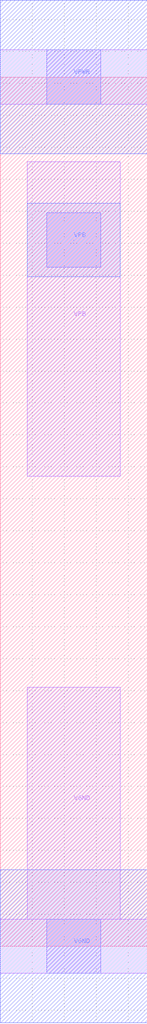
<source format=lef>
# Copyright 2020 The SkyWater PDK Authors
#
# Licensed under the Apache License, Version 2.0 (the "License");
# you may not use this file except in compliance with the License.
# You may obtain a copy of the License at
#
#     https://www.apache.org/licenses/LICENSE-2.0
#
# Unless required by applicable law or agreed to in writing, software
# distributed under the License is distributed on an "AS IS" BASIS,
# WITHOUT WARRANTIES OR CONDITIONS OF ANY KIND, either express or implied.
# See the License for the specific language governing permissions and
# limitations under the License.
#
# SPDX-License-Identifier: Apache-2.0

VERSION 5.7 ;
  NAMESCASESENSITIVE ON ;
  NOWIREEXTENSIONATPIN ON ;
  DIVIDERCHAR "/" ;
  BUSBITCHARS "[]" ;
UNITS
  DATABASE MICRONS 200 ;
END UNITS
MACRO sky130_fd_sc_hd__tapvgnd_1
  CLASS CORE ;
  SOURCE USER ;
  FOREIGN sky130_fd_sc_hd__tapvgnd_1 ;
  ORIGIN  0.000000  0.000000 ;
  SIZE  0.460000 BY  2.720000 ;
  SYMMETRY X Y R90 ;
  SITE unithd ;
  PIN VPB
    ANTENNADIFFAREA  0.148750 ;
    PORT
      LAYER li1 ;
        RECT 0.085000 1.470000 0.375000 2.455000 ;
      LAYER mcon ;
        RECT 0.145000 2.125000 0.315000 2.295000 ;
      LAYER met1 ;
        RECT 0.085000 2.095000 0.375000 2.325000 ;
    END
  END VPB
  PIN VGND
    DIRECTION INOUT ;
    SHAPE ABUTMENT ;
    USE GROUND ;
    PORT
      LAYER li1 ;
        RECT 0.000000 -0.085000 0.460000 0.085000 ;
        RECT 0.085000  0.085000 0.375000 0.810000 ;
      LAYER mcon ;
        RECT 0.145000 -0.085000 0.315000 0.085000 ;
      LAYER met1 ;
        RECT 0.000000 -0.240000 0.460000 0.240000 ;
    END
  END VGND
  PIN VPWR
    DIRECTION INOUT ;
    SHAPE ABUTMENT ;
    USE POWER ;
    PORT
      LAYER li1 ;
        RECT 0.000000 2.635000 0.460000 2.805000 ;
      LAYER mcon ;
        RECT 0.145000 2.635000 0.315000 2.805000 ;
      LAYER met1 ;
        RECT 0.000000 2.480000 0.460000 2.960000 ;
    END
  END VPWR
END sky130_fd_sc_hd__tapvgnd_1
END LIBRARY

</source>
